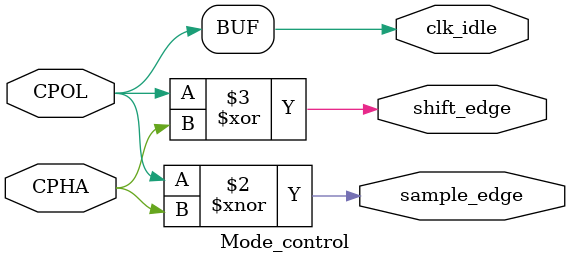
<source format=sv>
/*-----------------------------------------------------------------------------
 *  Project      : SPI master
 *  File Name    : Mode_control.sv
 *  Author       : Naqi Ul Hassan
 *  Date Created : 2025-08-31
 *  Description  : Set the different modes of the SPI master (0, 1, 2, 3) 
 *
 *  Revision History:
 *  Date        Author          Description
 *  ----------  --------------  ---------------------------------------------
 *  2025-08-31  Naqi Ul Hassan  Initial version
 *-----------------------------------------------------------------------------
 */

module Mode_control (
    input   logic   CPOL,
    input   logic   CPHA,
    output  logic   clk_idle,
    output  logic   shift_edge,
    output  logic   sample_edge
);

    always_comb begin : Control_Shift_edge

            clk_idle    = CPOL;
            sample_edge = CPOL ~^ CPHA;     // XNOR to give 1 when both CPHA and CPOL are same
            shift_edge  = CPOL  ^ CPHA;     // XOR  to give 1 when both CPHA and CPOL are different
        
        end

endmodule
</source>
